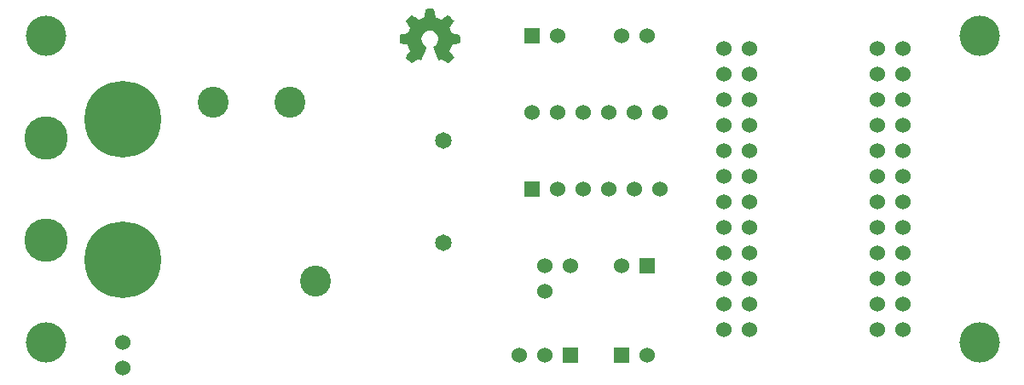
<source format=gts>
G04 (created by PCBNEW (2013-07-07 BZR 4022)-stable) date Tue 03 Sep 2013 18:57:52 CST*
%MOIN*%
G04 Gerber Fmt 3.4, Leading zero omitted, Abs format*
%FSLAX34Y34*%
G01*
G70*
G90*
G04 APERTURE LIST*
%ADD10C,0.006*%
%ADD11C,0.0001*%
%ADD12C,0.06*%
%ADD13C,0.065*%
%ADD14C,0.121*%
%ADD15C,0.15748*%
%ADD16R,0.06X0.06*%
%ADD17C,0.17*%
%ADD18C,0.3*%
G04 APERTURE END LIST*
G54D10*
G54D11*
G36*
X51684Y-31561D02*
X51697Y-31554D01*
X51724Y-31537D01*
X51764Y-31511D01*
X51810Y-31480D01*
X51857Y-31448D01*
X51896Y-31422D01*
X51923Y-31405D01*
X51934Y-31399D01*
X51940Y-31401D01*
X51962Y-31412D01*
X51994Y-31429D01*
X52013Y-31438D01*
X52043Y-31451D01*
X52057Y-31454D01*
X52060Y-31450D01*
X52071Y-31427D01*
X52088Y-31388D01*
X52110Y-31337D01*
X52136Y-31277D01*
X52163Y-31212D01*
X52190Y-31146D01*
X52216Y-31084D01*
X52240Y-31027D01*
X52258Y-30981D01*
X52270Y-30949D01*
X52275Y-30935D01*
X52273Y-30932D01*
X52259Y-30918D01*
X52233Y-30899D01*
X52177Y-30853D01*
X52122Y-30784D01*
X52088Y-30706D01*
X52077Y-30619D01*
X52086Y-30539D01*
X52118Y-30462D01*
X52172Y-30392D01*
X52238Y-30340D01*
X52314Y-30308D01*
X52400Y-30297D01*
X52482Y-30306D01*
X52561Y-30337D01*
X52631Y-30390D01*
X52660Y-30424D01*
X52701Y-30495D01*
X52724Y-30570D01*
X52726Y-30589D01*
X52723Y-30672D01*
X52698Y-30752D01*
X52655Y-30823D01*
X52594Y-30881D01*
X52586Y-30887D01*
X52558Y-30908D01*
X52539Y-30922D01*
X52524Y-30934D01*
X52630Y-31189D01*
X52647Y-31229D01*
X52676Y-31298D01*
X52701Y-31358D01*
X52722Y-31406D01*
X52736Y-31438D01*
X52742Y-31451D01*
X52743Y-31451D01*
X52752Y-31453D01*
X52771Y-31446D01*
X52807Y-31429D01*
X52830Y-31417D01*
X52857Y-31404D01*
X52869Y-31399D01*
X52880Y-31404D01*
X52906Y-31421D01*
X52943Y-31447D01*
X52989Y-31477D01*
X53032Y-31507D01*
X53072Y-31533D01*
X53101Y-31552D01*
X53115Y-31559D01*
X53117Y-31559D01*
X53130Y-31552D01*
X53153Y-31533D01*
X53187Y-31500D01*
X53236Y-31452D01*
X53244Y-31445D01*
X53284Y-31404D01*
X53317Y-31369D01*
X53339Y-31345D01*
X53347Y-31334D01*
X53347Y-31334D01*
X53339Y-31320D01*
X53321Y-31291D01*
X53295Y-31251D01*
X53263Y-31203D01*
X53178Y-31081D01*
X53225Y-30966D01*
X53239Y-30930D01*
X53257Y-30887D01*
X53270Y-30857D01*
X53277Y-30843D01*
X53290Y-30839D01*
X53321Y-30831D01*
X53367Y-30822D01*
X53422Y-30812D01*
X53474Y-30802D01*
X53521Y-30793D01*
X53555Y-30787D01*
X53570Y-30784D01*
X53574Y-30781D01*
X53577Y-30774D01*
X53579Y-30758D01*
X53580Y-30729D01*
X53581Y-30684D01*
X53581Y-30619D01*
X53581Y-30612D01*
X53580Y-30550D01*
X53579Y-30501D01*
X53577Y-30469D01*
X53575Y-30456D01*
X53575Y-30456D01*
X53560Y-30452D01*
X53527Y-30445D01*
X53480Y-30436D01*
X53424Y-30425D01*
X53420Y-30425D01*
X53364Y-30414D01*
X53318Y-30404D01*
X53285Y-30397D01*
X53271Y-30392D01*
X53268Y-30388D01*
X53257Y-30366D01*
X53241Y-30332D01*
X53222Y-30290D01*
X53204Y-30246D01*
X53188Y-30206D01*
X53178Y-30177D01*
X53175Y-30163D01*
X53175Y-30163D01*
X53183Y-30150D01*
X53202Y-30121D01*
X53230Y-30081D01*
X53262Y-30033D01*
X53265Y-30029D01*
X53297Y-29982D01*
X53323Y-29942D01*
X53340Y-29914D01*
X53347Y-29901D01*
X53347Y-29900D01*
X53336Y-29886D01*
X53312Y-29859D01*
X53277Y-29823D01*
X53236Y-29782D01*
X53223Y-29769D01*
X53177Y-29724D01*
X53145Y-29695D01*
X53125Y-29679D01*
X53116Y-29675D01*
X53115Y-29676D01*
X53101Y-29684D01*
X53071Y-29704D01*
X53031Y-29731D01*
X52983Y-29764D01*
X52980Y-29766D01*
X52932Y-29798D01*
X52893Y-29825D01*
X52865Y-29843D01*
X52853Y-29850D01*
X52851Y-29850D01*
X52832Y-29845D01*
X52798Y-29833D01*
X52757Y-29817D01*
X52713Y-29800D01*
X52673Y-29783D01*
X52644Y-29769D01*
X52630Y-29761D01*
X52629Y-29761D01*
X52624Y-29744D01*
X52616Y-29708D01*
X52606Y-29660D01*
X52595Y-29602D01*
X52593Y-29593D01*
X52583Y-29536D01*
X52574Y-29490D01*
X52567Y-29458D01*
X52564Y-29444D01*
X52556Y-29443D01*
X52528Y-29441D01*
X52486Y-29439D01*
X52435Y-29439D01*
X52382Y-29439D01*
X52330Y-29440D01*
X52286Y-29442D01*
X52254Y-29444D01*
X52240Y-29447D01*
X52240Y-29448D01*
X52235Y-29465D01*
X52227Y-29500D01*
X52217Y-29549D01*
X52206Y-29607D01*
X52204Y-29618D01*
X52194Y-29674D01*
X52184Y-29720D01*
X52177Y-29751D01*
X52174Y-29764D01*
X52169Y-29766D01*
X52146Y-29777D01*
X52108Y-29792D01*
X52061Y-29811D01*
X51953Y-29855D01*
X51821Y-29764D01*
X51809Y-29756D01*
X51761Y-29723D01*
X51722Y-29697D01*
X51694Y-29680D01*
X51683Y-29673D01*
X51682Y-29674D01*
X51669Y-29685D01*
X51643Y-29710D01*
X51607Y-29745D01*
X51565Y-29786D01*
X51534Y-29817D01*
X51498Y-29854D01*
X51475Y-29879D01*
X51462Y-29895D01*
X51457Y-29905D01*
X51459Y-29912D01*
X51467Y-29925D01*
X51487Y-29954D01*
X51514Y-29995D01*
X51546Y-30041D01*
X51573Y-30081D01*
X51602Y-30125D01*
X51620Y-30157D01*
X51627Y-30172D01*
X51625Y-30179D01*
X51616Y-30205D01*
X51600Y-30244D01*
X51580Y-30291D01*
X51534Y-30396D01*
X51465Y-30409D01*
X51424Y-30417D01*
X51365Y-30428D01*
X51309Y-30439D01*
X51222Y-30456D01*
X51219Y-30775D01*
X51233Y-30781D01*
X51246Y-30785D01*
X51278Y-30792D01*
X51324Y-30801D01*
X51378Y-30811D01*
X51425Y-30820D01*
X51471Y-30829D01*
X51505Y-30835D01*
X51520Y-30838D01*
X51523Y-30843D01*
X51535Y-30866D01*
X51552Y-30902D01*
X51570Y-30945D01*
X51589Y-30990D01*
X51605Y-31031D01*
X51617Y-31063D01*
X51621Y-31079D01*
X51615Y-31091D01*
X51597Y-31119D01*
X51571Y-31158D01*
X51540Y-31204D01*
X51508Y-31251D01*
X51481Y-31290D01*
X51462Y-31319D01*
X51455Y-31332D01*
X51459Y-31341D01*
X51477Y-31363D01*
X51512Y-31399D01*
X51564Y-31451D01*
X51573Y-31459D01*
X51614Y-31499D01*
X51649Y-31531D01*
X51673Y-31553D01*
X51684Y-31561D01*
X51684Y-31561D01*
G37*
G54D12*
X70900Y-42000D03*
X70900Y-41000D03*
X70900Y-40000D03*
X70900Y-39000D03*
X70900Y-38000D03*
X70900Y-37000D03*
X70900Y-36000D03*
X70900Y-35000D03*
X70900Y-34000D03*
X70900Y-33000D03*
X70900Y-32000D03*
X70900Y-31000D03*
X63900Y-31000D03*
X63900Y-32000D03*
X63900Y-33000D03*
X63900Y-34000D03*
X63900Y-35000D03*
X63900Y-36000D03*
X63900Y-37000D03*
X63900Y-38000D03*
X63900Y-39000D03*
X63900Y-40000D03*
X63900Y-41000D03*
X63900Y-42000D03*
X69900Y-42000D03*
X69900Y-41000D03*
X69900Y-40000D03*
X69900Y-39000D03*
X69900Y-38000D03*
X69900Y-37000D03*
X69900Y-36000D03*
X69900Y-35000D03*
X69900Y-34000D03*
X69900Y-33000D03*
X69900Y-32000D03*
X69900Y-31000D03*
X64900Y-31000D03*
X64900Y-32000D03*
X64900Y-33000D03*
X64900Y-34000D03*
X64900Y-35000D03*
X64900Y-36000D03*
X64900Y-37000D03*
X64900Y-38000D03*
X64900Y-39000D03*
X64900Y-40000D03*
X64900Y-41000D03*
X64900Y-42000D03*
G54D13*
X52943Y-38602D03*
X52943Y-34603D03*
G54D14*
X47944Y-40098D03*
X43940Y-33107D03*
X46944Y-33107D03*
G54D15*
X37400Y-42500D03*
X37400Y-30500D03*
X73900Y-42500D03*
X73900Y-30500D03*
G54D16*
X57900Y-43000D03*
G54D12*
X56900Y-43000D03*
X55900Y-43000D03*
G54D16*
X60900Y-39500D03*
G54D12*
X59900Y-39500D03*
X59900Y-30500D03*
X60900Y-30500D03*
G54D16*
X56400Y-36500D03*
G54D12*
X56400Y-33500D03*
X57900Y-39500D03*
X56900Y-39500D03*
X56900Y-40500D03*
G54D16*
X56400Y-30500D03*
G54D12*
X57400Y-30500D03*
X40400Y-43500D03*
X40400Y-42500D03*
G54D17*
X37400Y-38500D03*
X37400Y-34500D03*
G54D18*
X40400Y-39250D03*
X40400Y-33750D03*
G54D16*
X59900Y-43000D03*
G54D12*
X60900Y-43000D03*
X60400Y-33500D03*
X60400Y-36500D03*
X61400Y-33500D03*
X61400Y-36500D03*
X59400Y-33500D03*
X59400Y-36500D03*
X58400Y-33500D03*
X58400Y-36500D03*
X57400Y-33500D03*
X57400Y-36500D03*
M02*

</source>
